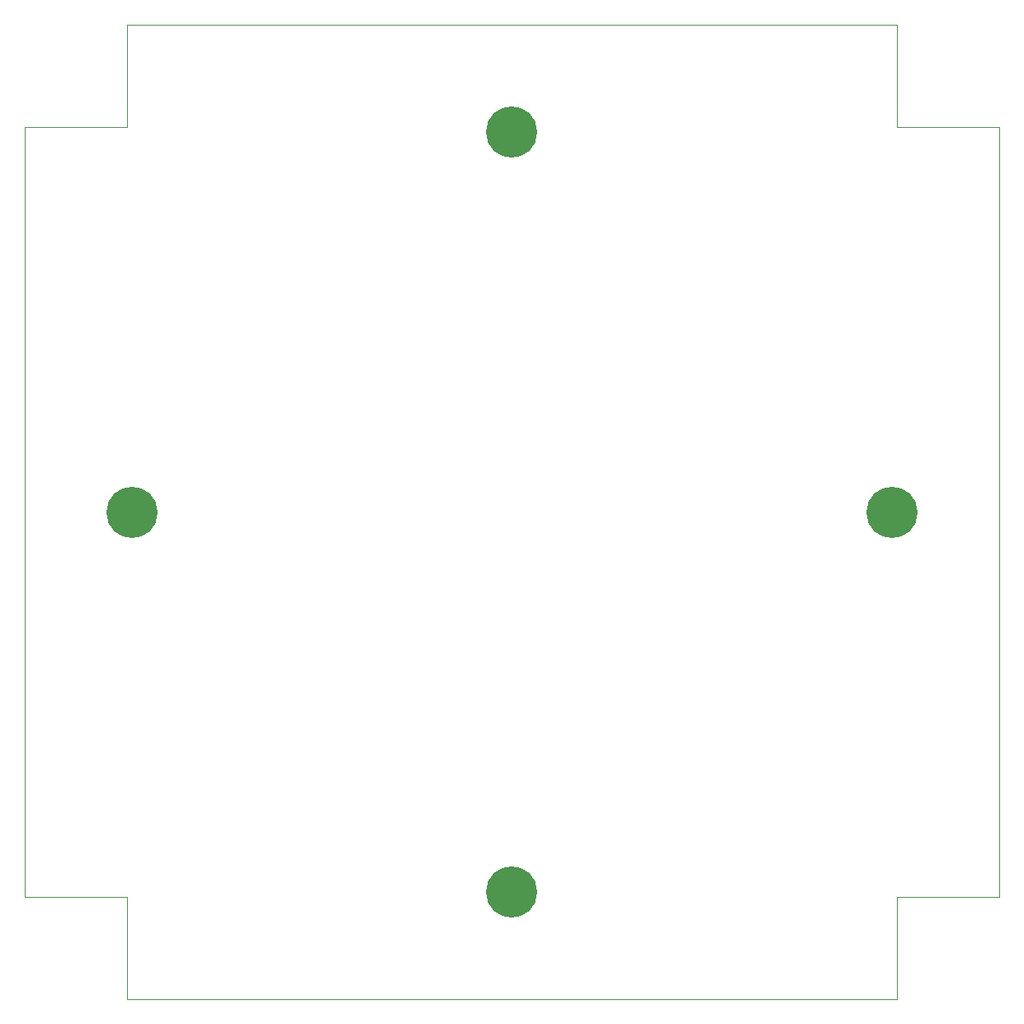
<source format=gbr>
%TF.GenerationSoftware,KiCad,Pcbnew,7.0.5*%
%TF.CreationDate,2023-06-21T14:57:03-07:00*%
%TF.ProjectId,solar-panel-side-Z,736f6c61-722d-4706-916e-656c2d736964,3.1*%
%TF.SameCoordinates,Original*%
%TF.FileFunction,Copper,L2,Inr*%
%TF.FilePolarity,Positive*%
%FSLAX46Y46*%
G04 Gerber Fmt 4.6, Leading zero omitted, Abs format (unit mm)*
G04 Created by KiCad (PCBNEW 7.0.5) date 2023-06-21 14:57:03*
%MOMM*%
%LPD*%
G01*
G04 APERTURE LIST*
%TA.AperFunction,ComponentPad*%
%ADD10C,5.250000*%
%TD*%
%TA.AperFunction,Profile*%
%ADD11C,0.050000*%
%TD*%
G04 APERTURE END LIST*
D10*
%TO.N,unconnected-(J4-Pad1)*%
%TO.C,J4*%
X110500000Y-85000000D03*
%TD*%
%TO.N,unconnected-(J5-Pad1)*%
%TO.C,J5*%
X149500000Y-124000000D03*
%TD*%
%TO.N,unconnected-(J6-Pad1)*%
%TO.C,J6*%
X149500000Y-46000000D03*
%TD*%
%TO.N,unconnected-(J7-Pad1)*%
%TO.C,J7*%
X188500000Y-85000000D03*
%TD*%
D11*
X189000000Y-135000000D02*
X110000000Y-135000000D01*
X110000000Y-124500000D02*
X99500000Y-124500000D01*
X110000000Y-45500000D02*
X110000000Y-35000000D01*
X189000000Y-45500000D02*
X199500000Y-45500000D01*
X99500000Y-124500000D02*
X99500000Y-45500000D01*
X199500000Y-124500000D02*
X189000000Y-124500000D01*
X110000000Y-35000000D02*
X189000000Y-35000000D01*
X199500000Y-45500000D02*
X199500000Y-124500000D01*
X189000000Y-124500000D02*
X189000000Y-135000000D01*
X99500000Y-45500000D02*
X110000000Y-45500000D01*
X189000000Y-35000000D02*
X189000000Y-45500000D01*
X110000000Y-135000000D02*
X110000000Y-124500000D01*
M02*

</source>
